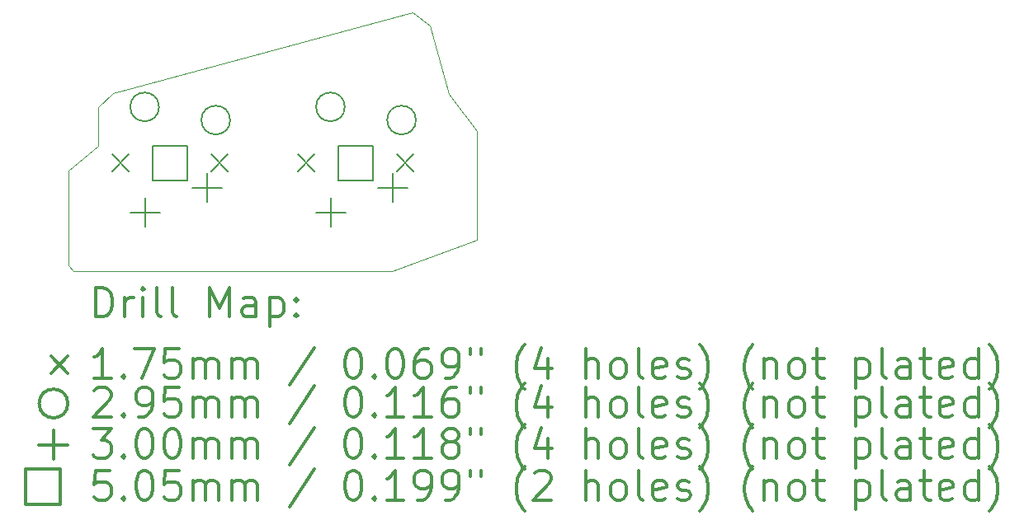
<source format=gbr>
%FSLAX45Y45*%
G04 Gerber Fmt 4.5, Leading zero omitted, Abs format (unit mm)*
G04 Created by KiCad (PCBNEW (5.1.4)-1) date 2023-09-09 05:31:12*
%MOMM*%
%LPD*%
G04 APERTURE LIST*
%ADD10C,0.050000*%
%ADD11C,0.200000*%
%ADD12C,0.300000*%
G04 APERTURE END LIST*
D10*
X12532750Y-35852116D02*
X9262855Y-35847530D01*
X13401145Y-35530132D02*
X13400615Y-34416131D01*
X13111744Y-34032786D02*
X13400615Y-34416131D01*
X9514138Y-34562556D02*
X9515320Y-34170437D01*
X12743842Y-33195619D02*
X9671144Y-34020338D01*
X9208529Y-35792053D02*
X9208919Y-34818850D01*
X9208919Y-34818850D02*
X9514138Y-34562556D01*
X13111744Y-34032786D02*
X12921139Y-33326217D01*
X13401145Y-35530132D02*
X12532750Y-35852116D01*
X9671144Y-34020338D02*
X9515320Y-34170437D01*
X9208529Y-35792053D02*
X9262855Y-35847530D01*
X12921139Y-33326217D02*
X12743842Y-33195619D01*
D11*
X9658105Y-34651506D02*
X9833105Y-34826506D01*
X9833105Y-34651506D02*
X9658105Y-34826506D01*
X10674105Y-34651506D02*
X10849105Y-34826506D01*
X10849105Y-34651506D02*
X10674105Y-34826506D01*
X11564500Y-34651506D02*
X11739500Y-34826506D01*
X11739500Y-34651506D02*
X11564500Y-34826506D01*
X12580500Y-34651506D02*
X12755500Y-34826506D01*
X12755500Y-34651506D02*
X12580500Y-34826506D01*
X10141105Y-34164006D02*
G75*
G03X10141105Y-34164006I-147500J0D01*
G01*
X10871105Y-34299006D02*
G75*
G03X10871105Y-34299006I-147500J0D01*
G01*
X12047500Y-34164006D02*
G75*
G03X12047500Y-34164006I-147500J0D01*
G01*
X12777500Y-34299006D02*
G75*
G03X12777500Y-34299006I-147500J0D01*
G01*
X9999605Y-35097006D02*
X9999605Y-35397006D01*
X9849605Y-35247006D02*
X10149605Y-35247006D01*
X10634605Y-34843006D02*
X10634605Y-35143006D01*
X10484605Y-34993006D02*
X10784605Y-34993006D01*
X11906000Y-35097006D02*
X11906000Y-35397006D01*
X11756000Y-35247006D02*
X12056000Y-35247006D01*
X12541000Y-34843006D02*
X12541000Y-35143006D01*
X12391000Y-34993006D02*
X12691000Y-34993006D01*
X10432151Y-34917552D02*
X10432151Y-34560460D01*
X10075058Y-34560460D01*
X10075058Y-34917552D01*
X10432151Y-34917552D01*
X12338546Y-34917552D02*
X12338546Y-34560460D01*
X11981454Y-34560460D01*
X11981454Y-34917552D01*
X12338546Y-34917552D01*
D12*
X9492457Y-36320330D02*
X9492457Y-36020330D01*
X9563886Y-36020330D01*
X9606743Y-36034616D01*
X9635314Y-36063188D01*
X9649600Y-36091759D01*
X9663886Y-36148902D01*
X9663886Y-36191759D01*
X9649600Y-36248902D01*
X9635314Y-36277473D01*
X9606743Y-36306045D01*
X9563886Y-36320330D01*
X9492457Y-36320330D01*
X9792457Y-36320330D02*
X9792457Y-36120330D01*
X9792457Y-36177473D02*
X9806743Y-36148902D01*
X9821029Y-36134616D01*
X9849600Y-36120330D01*
X9878172Y-36120330D01*
X9978172Y-36320330D02*
X9978172Y-36120330D01*
X9978172Y-36020330D02*
X9963886Y-36034616D01*
X9978172Y-36048902D01*
X9992457Y-36034616D01*
X9978172Y-36020330D01*
X9978172Y-36048902D01*
X10163886Y-36320330D02*
X10135314Y-36306045D01*
X10121029Y-36277473D01*
X10121029Y-36020330D01*
X10321029Y-36320330D02*
X10292457Y-36306045D01*
X10278172Y-36277473D01*
X10278172Y-36020330D01*
X10663886Y-36320330D02*
X10663886Y-36020330D01*
X10763886Y-36234616D01*
X10863886Y-36020330D01*
X10863886Y-36320330D01*
X11135314Y-36320330D02*
X11135314Y-36163188D01*
X11121029Y-36134616D01*
X11092457Y-36120330D01*
X11035314Y-36120330D01*
X11006743Y-36134616D01*
X11135314Y-36306045D02*
X11106743Y-36320330D01*
X11035314Y-36320330D01*
X11006743Y-36306045D01*
X10992457Y-36277473D01*
X10992457Y-36248902D01*
X11006743Y-36220330D01*
X11035314Y-36206045D01*
X11106743Y-36206045D01*
X11135314Y-36191759D01*
X11278171Y-36120330D02*
X11278171Y-36420330D01*
X11278171Y-36134616D02*
X11306743Y-36120330D01*
X11363886Y-36120330D01*
X11392457Y-36134616D01*
X11406743Y-36148902D01*
X11421029Y-36177473D01*
X11421029Y-36263188D01*
X11406743Y-36291759D01*
X11392457Y-36306045D01*
X11363886Y-36320330D01*
X11306743Y-36320330D01*
X11278171Y-36306045D01*
X11549600Y-36291759D02*
X11563886Y-36306045D01*
X11549600Y-36320330D01*
X11535314Y-36306045D01*
X11549600Y-36291759D01*
X11549600Y-36320330D01*
X11549600Y-36134616D02*
X11563886Y-36148902D01*
X11549600Y-36163188D01*
X11535314Y-36148902D01*
X11549600Y-36134616D01*
X11549600Y-36163188D01*
X9031029Y-36727116D02*
X9206029Y-36902116D01*
X9206029Y-36727116D02*
X9031029Y-36902116D01*
X9649600Y-36950330D02*
X9478172Y-36950330D01*
X9563886Y-36950330D02*
X9563886Y-36650330D01*
X9535314Y-36693188D01*
X9506743Y-36721759D01*
X9478172Y-36736045D01*
X9778172Y-36921759D02*
X9792457Y-36936045D01*
X9778172Y-36950330D01*
X9763886Y-36936045D01*
X9778172Y-36921759D01*
X9778172Y-36950330D01*
X9892457Y-36650330D02*
X10092457Y-36650330D01*
X9963886Y-36950330D01*
X10349600Y-36650330D02*
X10206743Y-36650330D01*
X10192457Y-36793188D01*
X10206743Y-36778902D01*
X10235314Y-36764616D01*
X10306743Y-36764616D01*
X10335314Y-36778902D01*
X10349600Y-36793188D01*
X10363886Y-36821759D01*
X10363886Y-36893188D01*
X10349600Y-36921759D01*
X10335314Y-36936045D01*
X10306743Y-36950330D01*
X10235314Y-36950330D01*
X10206743Y-36936045D01*
X10192457Y-36921759D01*
X10492457Y-36950330D02*
X10492457Y-36750330D01*
X10492457Y-36778902D02*
X10506743Y-36764616D01*
X10535314Y-36750330D01*
X10578172Y-36750330D01*
X10606743Y-36764616D01*
X10621029Y-36793188D01*
X10621029Y-36950330D01*
X10621029Y-36793188D02*
X10635314Y-36764616D01*
X10663886Y-36750330D01*
X10706743Y-36750330D01*
X10735314Y-36764616D01*
X10749600Y-36793188D01*
X10749600Y-36950330D01*
X10892457Y-36950330D02*
X10892457Y-36750330D01*
X10892457Y-36778902D02*
X10906743Y-36764616D01*
X10935314Y-36750330D01*
X10978172Y-36750330D01*
X11006743Y-36764616D01*
X11021029Y-36793188D01*
X11021029Y-36950330D01*
X11021029Y-36793188D02*
X11035314Y-36764616D01*
X11063886Y-36750330D01*
X11106743Y-36750330D01*
X11135314Y-36764616D01*
X11149600Y-36793188D01*
X11149600Y-36950330D01*
X11735314Y-36636045D02*
X11478171Y-37021759D01*
X12121029Y-36650330D02*
X12149600Y-36650330D01*
X12178171Y-36664616D01*
X12192457Y-36678902D01*
X12206743Y-36707473D01*
X12221029Y-36764616D01*
X12221029Y-36836045D01*
X12206743Y-36893188D01*
X12192457Y-36921759D01*
X12178171Y-36936045D01*
X12149600Y-36950330D01*
X12121029Y-36950330D01*
X12092457Y-36936045D01*
X12078171Y-36921759D01*
X12063886Y-36893188D01*
X12049600Y-36836045D01*
X12049600Y-36764616D01*
X12063886Y-36707473D01*
X12078171Y-36678902D01*
X12092457Y-36664616D01*
X12121029Y-36650330D01*
X12349600Y-36921759D02*
X12363886Y-36936045D01*
X12349600Y-36950330D01*
X12335314Y-36936045D01*
X12349600Y-36921759D01*
X12349600Y-36950330D01*
X12549600Y-36650330D02*
X12578171Y-36650330D01*
X12606743Y-36664616D01*
X12621029Y-36678902D01*
X12635314Y-36707473D01*
X12649600Y-36764616D01*
X12649600Y-36836045D01*
X12635314Y-36893188D01*
X12621029Y-36921759D01*
X12606743Y-36936045D01*
X12578171Y-36950330D01*
X12549600Y-36950330D01*
X12521029Y-36936045D01*
X12506743Y-36921759D01*
X12492457Y-36893188D01*
X12478171Y-36836045D01*
X12478171Y-36764616D01*
X12492457Y-36707473D01*
X12506743Y-36678902D01*
X12521029Y-36664616D01*
X12549600Y-36650330D01*
X12906743Y-36650330D02*
X12849600Y-36650330D01*
X12821029Y-36664616D01*
X12806743Y-36678902D01*
X12778171Y-36721759D01*
X12763886Y-36778902D01*
X12763886Y-36893188D01*
X12778171Y-36921759D01*
X12792457Y-36936045D01*
X12821029Y-36950330D01*
X12878171Y-36950330D01*
X12906743Y-36936045D01*
X12921029Y-36921759D01*
X12935314Y-36893188D01*
X12935314Y-36821759D01*
X12921029Y-36793188D01*
X12906743Y-36778902D01*
X12878171Y-36764616D01*
X12821029Y-36764616D01*
X12792457Y-36778902D01*
X12778171Y-36793188D01*
X12763886Y-36821759D01*
X13078171Y-36950330D02*
X13135314Y-36950330D01*
X13163886Y-36936045D01*
X13178171Y-36921759D01*
X13206743Y-36878902D01*
X13221029Y-36821759D01*
X13221029Y-36707473D01*
X13206743Y-36678902D01*
X13192457Y-36664616D01*
X13163886Y-36650330D01*
X13106743Y-36650330D01*
X13078171Y-36664616D01*
X13063886Y-36678902D01*
X13049600Y-36707473D01*
X13049600Y-36778902D01*
X13063886Y-36807473D01*
X13078171Y-36821759D01*
X13106743Y-36836045D01*
X13163886Y-36836045D01*
X13192457Y-36821759D01*
X13206743Y-36807473D01*
X13221029Y-36778902D01*
X13335314Y-36650330D02*
X13335314Y-36707473D01*
X13449600Y-36650330D02*
X13449600Y-36707473D01*
X13892457Y-37064616D02*
X13878171Y-37050330D01*
X13849600Y-37007473D01*
X13835314Y-36978902D01*
X13821029Y-36936045D01*
X13806743Y-36864616D01*
X13806743Y-36807473D01*
X13821029Y-36736045D01*
X13835314Y-36693188D01*
X13849600Y-36664616D01*
X13878171Y-36621759D01*
X13892457Y-36607473D01*
X14135314Y-36750330D02*
X14135314Y-36950330D01*
X14063886Y-36636045D02*
X13992457Y-36850330D01*
X14178171Y-36850330D01*
X14521029Y-36950330D02*
X14521029Y-36650330D01*
X14649600Y-36950330D02*
X14649600Y-36793188D01*
X14635314Y-36764616D01*
X14606743Y-36750330D01*
X14563886Y-36750330D01*
X14535314Y-36764616D01*
X14521029Y-36778902D01*
X14835314Y-36950330D02*
X14806743Y-36936045D01*
X14792457Y-36921759D01*
X14778171Y-36893188D01*
X14778171Y-36807473D01*
X14792457Y-36778902D01*
X14806743Y-36764616D01*
X14835314Y-36750330D01*
X14878171Y-36750330D01*
X14906743Y-36764616D01*
X14921029Y-36778902D01*
X14935314Y-36807473D01*
X14935314Y-36893188D01*
X14921029Y-36921759D01*
X14906743Y-36936045D01*
X14878171Y-36950330D01*
X14835314Y-36950330D01*
X15106743Y-36950330D02*
X15078171Y-36936045D01*
X15063886Y-36907473D01*
X15063886Y-36650330D01*
X15335314Y-36936045D02*
X15306743Y-36950330D01*
X15249600Y-36950330D01*
X15221029Y-36936045D01*
X15206743Y-36907473D01*
X15206743Y-36793188D01*
X15221029Y-36764616D01*
X15249600Y-36750330D01*
X15306743Y-36750330D01*
X15335314Y-36764616D01*
X15349600Y-36793188D01*
X15349600Y-36821759D01*
X15206743Y-36850330D01*
X15463886Y-36936045D02*
X15492457Y-36950330D01*
X15549600Y-36950330D01*
X15578171Y-36936045D01*
X15592457Y-36907473D01*
X15592457Y-36893188D01*
X15578171Y-36864616D01*
X15549600Y-36850330D01*
X15506743Y-36850330D01*
X15478171Y-36836045D01*
X15463886Y-36807473D01*
X15463886Y-36793188D01*
X15478171Y-36764616D01*
X15506743Y-36750330D01*
X15549600Y-36750330D01*
X15578171Y-36764616D01*
X15692457Y-37064616D02*
X15706743Y-37050330D01*
X15735314Y-37007473D01*
X15749600Y-36978902D01*
X15763886Y-36936045D01*
X15778171Y-36864616D01*
X15778171Y-36807473D01*
X15763886Y-36736045D01*
X15749600Y-36693188D01*
X15735314Y-36664616D01*
X15706743Y-36621759D01*
X15692457Y-36607473D01*
X16235314Y-37064616D02*
X16221029Y-37050330D01*
X16192457Y-37007473D01*
X16178171Y-36978902D01*
X16163886Y-36936045D01*
X16149600Y-36864616D01*
X16149600Y-36807473D01*
X16163886Y-36736045D01*
X16178171Y-36693188D01*
X16192457Y-36664616D01*
X16221029Y-36621759D01*
X16235314Y-36607473D01*
X16349600Y-36750330D02*
X16349600Y-36950330D01*
X16349600Y-36778902D02*
X16363886Y-36764616D01*
X16392457Y-36750330D01*
X16435314Y-36750330D01*
X16463886Y-36764616D01*
X16478171Y-36793188D01*
X16478171Y-36950330D01*
X16663886Y-36950330D02*
X16635314Y-36936045D01*
X16621029Y-36921759D01*
X16606743Y-36893188D01*
X16606743Y-36807473D01*
X16621029Y-36778902D01*
X16635314Y-36764616D01*
X16663886Y-36750330D01*
X16706743Y-36750330D01*
X16735314Y-36764616D01*
X16749600Y-36778902D01*
X16763886Y-36807473D01*
X16763886Y-36893188D01*
X16749600Y-36921759D01*
X16735314Y-36936045D01*
X16706743Y-36950330D01*
X16663886Y-36950330D01*
X16849600Y-36750330D02*
X16963886Y-36750330D01*
X16892457Y-36650330D02*
X16892457Y-36907473D01*
X16906743Y-36936045D01*
X16935314Y-36950330D01*
X16963886Y-36950330D01*
X17292457Y-36750330D02*
X17292457Y-37050330D01*
X17292457Y-36764616D02*
X17321029Y-36750330D01*
X17378172Y-36750330D01*
X17406743Y-36764616D01*
X17421029Y-36778902D01*
X17435314Y-36807473D01*
X17435314Y-36893188D01*
X17421029Y-36921759D01*
X17406743Y-36936045D01*
X17378172Y-36950330D01*
X17321029Y-36950330D01*
X17292457Y-36936045D01*
X17606743Y-36950330D02*
X17578172Y-36936045D01*
X17563886Y-36907473D01*
X17563886Y-36650330D01*
X17849600Y-36950330D02*
X17849600Y-36793188D01*
X17835314Y-36764616D01*
X17806743Y-36750330D01*
X17749600Y-36750330D01*
X17721029Y-36764616D01*
X17849600Y-36936045D02*
X17821029Y-36950330D01*
X17749600Y-36950330D01*
X17721029Y-36936045D01*
X17706743Y-36907473D01*
X17706743Y-36878902D01*
X17721029Y-36850330D01*
X17749600Y-36836045D01*
X17821029Y-36836045D01*
X17849600Y-36821759D01*
X17949600Y-36750330D02*
X18063886Y-36750330D01*
X17992457Y-36650330D02*
X17992457Y-36907473D01*
X18006743Y-36936045D01*
X18035314Y-36950330D01*
X18063886Y-36950330D01*
X18278172Y-36936045D02*
X18249600Y-36950330D01*
X18192457Y-36950330D01*
X18163886Y-36936045D01*
X18149600Y-36907473D01*
X18149600Y-36793188D01*
X18163886Y-36764616D01*
X18192457Y-36750330D01*
X18249600Y-36750330D01*
X18278172Y-36764616D01*
X18292457Y-36793188D01*
X18292457Y-36821759D01*
X18149600Y-36850330D01*
X18549600Y-36950330D02*
X18549600Y-36650330D01*
X18549600Y-36936045D02*
X18521029Y-36950330D01*
X18463886Y-36950330D01*
X18435314Y-36936045D01*
X18421029Y-36921759D01*
X18406743Y-36893188D01*
X18406743Y-36807473D01*
X18421029Y-36778902D01*
X18435314Y-36764616D01*
X18463886Y-36750330D01*
X18521029Y-36750330D01*
X18549600Y-36764616D01*
X18663886Y-37064616D02*
X18678172Y-37050330D01*
X18706743Y-37007473D01*
X18721029Y-36978902D01*
X18735314Y-36936045D01*
X18749600Y-36864616D01*
X18749600Y-36807473D01*
X18735314Y-36736045D01*
X18721029Y-36693188D01*
X18706743Y-36664616D01*
X18678172Y-36621759D01*
X18663886Y-36607473D01*
X9206029Y-37210616D02*
G75*
G03X9206029Y-37210616I-147500J0D01*
G01*
X9478172Y-37074902D02*
X9492457Y-37060616D01*
X9521029Y-37046330D01*
X9592457Y-37046330D01*
X9621029Y-37060616D01*
X9635314Y-37074902D01*
X9649600Y-37103473D01*
X9649600Y-37132045D01*
X9635314Y-37174902D01*
X9463886Y-37346330D01*
X9649600Y-37346330D01*
X9778172Y-37317759D02*
X9792457Y-37332045D01*
X9778172Y-37346330D01*
X9763886Y-37332045D01*
X9778172Y-37317759D01*
X9778172Y-37346330D01*
X9935314Y-37346330D02*
X9992457Y-37346330D01*
X10021029Y-37332045D01*
X10035314Y-37317759D01*
X10063886Y-37274902D01*
X10078172Y-37217759D01*
X10078172Y-37103473D01*
X10063886Y-37074902D01*
X10049600Y-37060616D01*
X10021029Y-37046330D01*
X9963886Y-37046330D01*
X9935314Y-37060616D01*
X9921029Y-37074902D01*
X9906743Y-37103473D01*
X9906743Y-37174902D01*
X9921029Y-37203473D01*
X9935314Y-37217759D01*
X9963886Y-37232045D01*
X10021029Y-37232045D01*
X10049600Y-37217759D01*
X10063886Y-37203473D01*
X10078172Y-37174902D01*
X10349600Y-37046330D02*
X10206743Y-37046330D01*
X10192457Y-37189188D01*
X10206743Y-37174902D01*
X10235314Y-37160616D01*
X10306743Y-37160616D01*
X10335314Y-37174902D01*
X10349600Y-37189188D01*
X10363886Y-37217759D01*
X10363886Y-37289188D01*
X10349600Y-37317759D01*
X10335314Y-37332045D01*
X10306743Y-37346330D01*
X10235314Y-37346330D01*
X10206743Y-37332045D01*
X10192457Y-37317759D01*
X10492457Y-37346330D02*
X10492457Y-37146330D01*
X10492457Y-37174902D02*
X10506743Y-37160616D01*
X10535314Y-37146330D01*
X10578172Y-37146330D01*
X10606743Y-37160616D01*
X10621029Y-37189188D01*
X10621029Y-37346330D01*
X10621029Y-37189188D02*
X10635314Y-37160616D01*
X10663886Y-37146330D01*
X10706743Y-37146330D01*
X10735314Y-37160616D01*
X10749600Y-37189188D01*
X10749600Y-37346330D01*
X10892457Y-37346330D02*
X10892457Y-37146330D01*
X10892457Y-37174902D02*
X10906743Y-37160616D01*
X10935314Y-37146330D01*
X10978172Y-37146330D01*
X11006743Y-37160616D01*
X11021029Y-37189188D01*
X11021029Y-37346330D01*
X11021029Y-37189188D02*
X11035314Y-37160616D01*
X11063886Y-37146330D01*
X11106743Y-37146330D01*
X11135314Y-37160616D01*
X11149600Y-37189188D01*
X11149600Y-37346330D01*
X11735314Y-37032045D02*
X11478171Y-37417759D01*
X12121029Y-37046330D02*
X12149600Y-37046330D01*
X12178171Y-37060616D01*
X12192457Y-37074902D01*
X12206743Y-37103473D01*
X12221029Y-37160616D01*
X12221029Y-37232045D01*
X12206743Y-37289188D01*
X12192457Y-37317759D01*
X12178171Y-37332045D01*
X12149600Y-37346330D01*
X12121029Y-37346330D01*
X12092457Y-37332045D01*
X12078171Y-37317759D01*
X12063886Y-37289188D01*
X12049600Y-37232045D01*
X12049600Y-37160616D01*
X12063886Y-37103473D01*
X12078171Y-37074902D01*
X12092457Y-37060616D01*
X12121029Y-37046330D01*
X12349600Y-37317759D02*
X12363886Y-37332045D01*
X12349600Y-37346330D01*
X12335314Y-37332045D01*
X12349600Y-37317759D01*
X12349600Y-37346330D01*
X12649600Y-37346330D02*
X12478171Y-37346330D01*
X12563886Y-37346330D02*
X12563886Y-37046330D01*
X12535314Y-37089188D01*
X12506743Y-37117759D01*
X12478171Y-37132045D01*
X12935314Y-37346330D02*
X12763886Y-37346330D01*
X12849600Y-37346330D02*
X12849600Y-37046330D01*
X12821029Y-37089188D01*
X12792457Y-37117759D01*
X12763886Y-37132045D01*
X13192457Y-37046330D02*
X13135314Y-37046330D01*
X13106743Y-37060616D01*
X13092457Y-37074902D01*
X13063886Y-37117759D01*
X13049600Y-37174902D01*
X13049600Y-37289188D01*
X13063886Y-37317759D01*
X13078171Y-37332045D01*
X13106743Y-37346330D01*
X13163886Y-37346330D01*
X13192457Y-37332045D01*
X13206743Y-37317759D01*
X13221029Y-37289188D01*
X13221029Y-37217759D01*
X13206743Y-37189188D01*
X13192457Y-37174902D01*
X13163886Y-37160616D01*
X13106743Y-37160616D01*
X13078171Y-37174902D01*
X13063886Y-37189188D01*
X13049600Y-37217759D01*
X13335314Y-37046330D02*
X13335314Y-37103473D01*
X13449600Y-37046330D02*
X13449600Y-37103473D01*
X13892457Y-37460616D02*
X13878171Y-37446330D01*
X13849600Y-37403473D01*
X13835314Y-37374902D01*
X13821029Y-37332045D01*
X13806743Y-37260616D01*
X13806743Y-37203473D01*
X13821029Y-37132045D01*
X13835314Y-37089188D01*
X13849600Y-37060616D01*
X13878171Y-37017759D01*
X13892457Y-37003473D01*
X14135314Y-37146330D02*
X14135314Y-37346330D01*
X14063886Y-37032045D02*
X13992457Y-37246330D01*
X14178171Y-37246330D01*
X14521029Y-37346330D02*
X14521029Y-37046330D01*
X14649600Y-37346330D02*
X14649600Y-37189188D01*
X14635314Y-37160616D01*
X14606743Y-37146330D01*
X14563886Y-37146330D01*
X14535314Y-37160616D01*
X14521029Y-37174902D01*
X14835314Y-37346330D02*
X14806743Y-37332045D01*
X14792457Y-37317759D01*
X14778171Y-37289188D01*
X14778171Y-37203473D01*
X14792457Y-37174902D01*
X14806743Y-37160616D01*
X14835314Y-37146330D01*
X14878171Y-37146330D01*
X14906743Y-37160616D01*
X14921029Y-37174902D01*
X14935314Y-37203473D01*
X14935314Y-37289188D01*
X14921029Y-37317759D01*
X14906743Y-37332045D01*
X14878171Y-37346330D01*
X14835314Y-37346330D01*
X15106743Y-37346330D02*
X15078171Y-37332045D01*
X15063886Y-37303473D01*
X15063886Y-37046330D01*
X15335314Y-37332045D02*
X15306743Y-37346330D01*
X15249600Y-37346330D01*
X15221029Y-37332045D01*
X15206743Y-37303473D01*
X15206743Y-37189188D01*
X15221029Y-37160616D01*
X15249600Y-37146330D01*
X15306743Y-37146330D01*
X15335314Y-37160616D01*
X15349600Y-37189188D01*
X15349600Y-37217759D01*
X15206743Y-37246330D01*
X15463886Y-37332045D02*
X15492457Y-37346330D01*
X15549600Y-37346330D01*
X15578171Y-37332045D01*
X15592457Y-37303473D01*
X15592457Y-37289188D01*
X15578171Y-37260616D01*
X15549600Y-37246330D01*
X15506743Y-37246330D01*
X15478171Y-37232045D01*
X15463886Y-37203473D01*
X15463886Y-37189188D01*
X15478171Y-37160616D01*
X15506743Y-37146330D01*
X15549600Y-37146330D01*
X15578171Y-37160616D01*
X15692457Y-37460616D02*
X15706743Y-37446330D01*
X15735314Y-37403473D01*
X15749600Y-37374902D01*
X15763886Y-37332045D01*
X15778171Y-37260616D01*
X15778171Y-37203473D01*
X15763886Y-37132045D01*
X15749600Y-37089188D01*
X15735314Y-37060616D01*
X15706743Y-37017759D01*
X15692457Y-37003473D01*
X16235314Y-37460616D02*
X16221029Y-37446330D01*
X16192457Y-37403473D01*
X16178171Y-37374902D01*
X16163886Y-37332045D01*
X16149600Y-37260616D01*
X16149600Y-37203473D01*
X16163886Y-37132045D01*
X16178171Y-37089188D01*
X16192457Y-37060616D01*
X16221029Y-37017759D01*
X16235314Y-37003473D01*
X16349600Y-37146330D02*
X16349600Y-37346330D01*
X16349600Y-37174902D02*
X16363886Y-37160616D01*
X16392457Y-37146330D01*
X16435314Y-37146330D01*
X16463886Y-37160616D01*
X16478171Y-37189188D01*
X16478171Y-37346330D01*
X16663886Y-37346330D02*
X16635314Y-37332045D01*
X16621029Y-37317759D01*
X16606743Y-37289188D01*
X16606743Y-37203473D01*
X16621029Y-37174902D01*
X16635314Y-37160616D01*
X16663886Y-37146330D01*
X16706743Y-37146330D01*
X16735314Y-37160616D01*
X16749600Y-37174902D01*
X16763886Y-37203473D01*
X16763886Y-37289188D01*
X16749600Y-37317759D01*
X16735314Y-37332045D01*
X16706743Y-37346330D01*
X16663886Y-37346330D01*
X16849600Y-37146330D02*
X16963886Y-37146330D01*
X16892457Y-37046330D02*
X16892457Y-37303473D01*
X16906743Y-37332045D01*
X16935314Y-37346330D01*
X16963886Y-37346330D01*
X17292457Y-37146330D02*
X17292457Y-37446330D01*
X17292457Y-37160616D02*
X17321029Y-37146330D01*
X17378172Y-37146330D01*
X17406743Y-37160616D01*
X17421029Y-37174902D01*
X17435314Y-37203473D01*
X17435314Y-37289188D01*
X17421029Y-37317759D01*
X17406743Y-37332045D01*
X17378172Y-37346330D01*
X17321029Y-37346330D01*
X17292457Y-37332045D01*
X17606743Y-37346330D02*
X17578172Y-37332045D01*
X17563886Y-37303473D01*
X17563886Y-37046330D01*
X17849600Y-37346330D02*
X17849600Y-37189188D01*
X17835314Y-37160616D01*
X17806743Y-37146330D01*
X17749600Y-37146330D01*
X17721029Y-37160616D01*
X17849600Y-37332045D02*
X17821029Y-37346330D01*
X17749600Y-37346330D01*
X17721029Y-37332045D01*
X17706743Y-37303473D01*
X17706743Y-37274902D01*
X17721029Y-37246330D01*
X17749600Y-37232045D01*
X17821029Y-37232045D01*
X17849600Y-37217759D01*
X17949600Y-37146330D02*
X18063886Y-37146330D01*
X17992457Y-37046330D02*
X17992457Y-37303473D01*
X18006743Y-37332045D01*
X18035314Y-37346330D01*
X18063886Y-37346330D01*
X18278172Y-37332045D02*
X18249600Y-37346330D01*
X18192457Y-37346330D01*
X18163886Y-37332045D01*
X18149600Y-37303473D01*
X18149600Y-37189188D01*
X18163886Y-37160616D01*
X18192457Y-37146330D01*
X18249600Y-37146330D01*
X18278172Y-37160616D01*
X18292457Y-37189188D01*
X18292457Y-37217759D01*
X18149600Y-37246330D01*
X18549600Y-37346330D02*
X18549600Y-37046330D01*
X18549600Y-37332045D02*
X18521029Y-37346330D01*
X18463886Y-37346330D01*
X18435314Y-37332045D01*
X18421029Y-37317759D01*
X18406743Y-37289188D01*
X18406743Y-37203473D01*
X18421029Y-37174902D01*
X18435314Y-37160616D01*
X18463886Y-37146330D01*
X18521029Y-37146330D01*
X18549600Y-37160616D01*
X18663886Y-37460616D02*
X18678172Y-37446330D01*
X18706743Y-37403473D01*
X18721029Y-37374902D01*
X18735314Y-37332045D01*
X18749600Y-37260616D01*
X18749600Y-37203473D01*
X18735314Y-37132045D01*
X18721029Y-37089188D01*
X18706743Y-37060616D01*
X18678172Y-37017759D01*
X18663886Y-37003473D01*
X9056029Y-37485616D02*
X9056029Y-37785616D01*
X8906029Y-37635616D02*
X9206029Y-37635616D01*
X9463886Y-37471330D02*
X9649600Y-37471330D01*
X9549600Y-37585616D01*
X9592457Y-37585616D01*
X9621029Y-37599902D01*
X9635314Y-37614188D01*
X9649600Y-37642759D01*
X9649600Y-37714188D01*
X9635314Y-37742759D01*
X9621029Y-37757045D01*
X9592457Y-37771330D01*
X9506743Y-37771330D01*
X9478172Y-37757045D01*
X9463886Y-37742759D01*
X9778172Y-37742759D02*
X9792457Y-37757045D01*
X9778172Y-37771330D01*
X9763886Y-37757045D01*
X9778172Y-37742759D01*
X9778172Y-37771330D01*
X9978172Y-37471330D02*
X10006743Y-37471330D01*
X10035314Y-37485616D01*
X10049600Y-37499902D01*
X10063886Y-37528473D01*
X10078172Y-37585616D01*
X10078172Y-37657045D01*
X10063886Y-37714188D01*
X10049600Y-37742759D01*
X10035314Y-37757045D01*
X10006743Y-37771330D01*
X9978172Y-37771330D01*
X9949600Y-37757045D01*
X9935314Y-37742759D01*
X9921029Y-37714188D01*
X9906743Y-37657045D01*
X9906743Y-37585616D01*
X9921029Y-37528473D01*
X9935314Y-37499902D01*
X9949600Y-37485616D01*
X9978172Y-37471330D01*
X10263886Y-37471330D02*
X10292457Y-37471330D01*
X10321029Y-37485616D01*
X10335314Y-37499902D01*
X10349600Y-37528473D01*
X10363886Y-37585616D01*
X10363886Y-37657045D01*
X10349600Y-37714188D01*
X10335314Y-37742759D01*
X10321029Y-37757045D01*
X10292457Y-37771330D01*
X10263886Y-37771330D01*
X10235314Y-37757045D01*
X10221029Y-37742759D01*
X10206743Y-37714188D01*
X10192457Y-37657045D01*
X10192457Y-37585616D01*
X10206743Y-37528473D01*
X10221029Y-37499902D01*
X10235314Y-37485616D01*
X10263886Y-37471330D01*
X10492457Y-37771330D02*
X10492457Y-37571330D01*
X10492457Y-37599902D02*
X10506743Y-37585616D01*
X10535314Y-37571330D01*
X10578172Y-37571330D01*
X10606743Y-37585616D01*
X10621029Y-37614188D01*
X10621029Y-37771330D01*
X10621029Y-37614188D02*
X10635314Y-37585616D01*
X10663886Y-37571330D01*
X10706743Y-37571330D01*
X10735314Y-37585616D01*
X10749600Y-37614188D01*
X10749600Y-37771330D01*
X10892457Y-37771330D02*
X10892457Y-37571330D01*
X10892457Y-37599902D02*
X10906743Y-37585616D01*
X10935314Y-37571330D01*
X10978172Y-37571330D01*
X11006743Y-37585616D01*
X11021029Y-37614188D01*
X11021029Y-37771330D01*
X11021029Y-37614188D02*
X11035314Y-37585616D01*
X11063886Y-37571330D01*
X11106743Y-37571330D01*
X11135314Y-37585616D01*
X11149600Y-37614188D01*
X11149600Y-37771330D01*
X11735314Y-37457045D02*
X11478171Y-37842759D01*
X12121029Y-37471330D02*
X12149600Y-37471330D01*
X12178171Y-37485616D01*
X12192457Y-37499902D01*
X12206743Y-37528473D01*
X12221029Y-37585616D01*
X12221029Y-37657045D01*
X12206743Y-37714188D01*
X12192457Y-37742759D01*
X12178171Y-37757045D01*
X12149600Y-37771330D01*
X12121029Y-37771330D01*
X12092457Y-37757045D01*
X12078171Y-37742759D01*
X12063886Y-37714188D01*
X12049600Y-37657045D01*
X12049600Y-37585616D01*
X12063886Y-37528473D01*
X12078171Y-37499902D01*
X12092457Y-37485616D01*
X12121029Y-37471330D01*
X12349600Y-37742759D02*
X12363886Y-37757045D01*
X12349600Y-37771330D01*
X12335314Y-37757045D01*
X12349600Y-37742759D01*
X12349600Y-37771330D01*
X12649600Y-37771330D02*
X12478171Y-37771330D01*
X12563886Y-37771330D02*
X12563886Y-37471330D01*
X12535314Y-37514188D01*
X12506743Y-37542759D01*
X12478171Y-37557045D01*
X12935314Y-37771330D02*
X12763886Y-37771330D01*
X12849600Y-37771330D02*
X12849600Y-37471330D01*
X12821029Y-37514188D01*
X12792457Y-37542759D01*
X12763886Y-37557045D01*
X13106743Y-37599902D02*
X13078171Y-37585616D01*
X13063886Y-37571330D01*
X13049600Y-37542759D01*
X13049600Y-37528473D01*
X13063886Y-37499902D01*
X13078171Y-37485616D01*
X13106743Y-37471330D01*
X13163886Y-37471330D01*
X13192457Y-37485616D01*
X13206743Y-37499902D01*
X13221029Y-37528473D01*
X13221029Y-37542759D01*
X13206743Y-37571330D01*
X13192457Y-37585616D01*
X13163886Y-37599902D01*
X13106743Y-37599902D01*
X13078171Y-37614188D01*
X13063886Y-37628473D01*
X13049600Y-37657045D01*
X13049600Y-37714188D01*
X13063886Y-37742759D01*
X13078171Y-37757045D01*
X13106743Y-37771330D01*
X13163886Y-37771330D01*
X13192457Y-37757045D01*
X13206743Y-37742759D01*
X13221029Y-37714188D01*
X13221029Y-37657045D01*
X13206743Y-37628473D01*
X13192457Y-37614188D01*
X13163886Y-37599902D01*
X13335314Y-37471330D02*
X13335314Y-37528473D01*
X13449600Y-37471330D02*
X13449600Y-37528473D01*
X13892457Y-37885616D02*
X13878171Y-37871330D01*
X13849600Y-37828473D01*
X13835314Y-37799902D01*
X13821029Y-37757045D01*
X13806743Y-37685616D01*
X13806743Y-37628473D01*
X13821029Y-37557045D01*
X13835314Y-37514188D01*
X13849600Y-37485616D01*
X13878171Y-37442759D01*
X13892457Y-37428473D01*
X14135314Y-37571330D02*
X14135314Y-37771330D01*
X14063886Y-37457045D02*
X13992457Y-37671330D01*
X14178171Y-37671330D01*
X14521029Y-37771330D02*
X14521029Y-37471330D01*
X14649600Y-37771330D02*
X14649600Y-37614188D01*
X14635314Y-37585616D01*
X14606743Y-37571330D01*
X14563886Y-37571330D01*
X14535314Y-37585616D01*
X14521029Y-37599902D01*
X14835314Y-37771330D02*
X14806743Y-37757045D01*
X14792457Y-37742759D01*
X14778171Y-37714188D01*
X14778171Y-37628473D01*
X14792457Y-37599902D01*
X14806743Y-37585616D01*
X14835314Y-37571330D01*
X14878171Y-37571330D01*
X14906743Y-37585616D01*
X14921029Y-37599902D01*
X14935314Y-37628473D01*
X14935314Y-37714188D01*
X14921029Y-37742759D01*
X14906743Y-37757045D01*
X14878171Y-37771330D01*
X14835314Y-37771330D01*
X15106743Y-37771330D02*
X15078171Y-37757045D01*
X15063886Y-37728473D01*
X15063886Y-37471330D01*
X15335314Y-37757045D02*
X15306743Y-37771330D01*
X15249600Y-37771330D01*
X15221029Y-37757045D01*
X15206743Y-37728473D01*
X15206743Y-37614188D01*
X15221029Y-37585616D01*
X15249600Y-37571330D01*
X15306743Y-37571330D01*
X15335314Y-37585616D01*
X15349600Y-37614188D01*
X15349600Y-37642759D01*
X15206743Y-37671330D01*
X15463886Y-37757045D02*
X15492457Y-37771330D01*
X15549600Y-37771330D01*
X15578171Y-37757045D01*
X15592457Y-37728473D01*
X15592457Y-37714188D01*
X15578171Y-37685616D01*
X15549600Y-37671330D01*
X15506743Y-37671330D01*
X15478171Y-37657045D01*
X15463886Y-37628473D01*
X15463886Y-37614188D01*
X15478171Y-37585616D01*
X15506743Y-37571330D01*
X15549600Y-37571330D01*
X15578171Y-37585616D01*
X15692457Y-37885616D02*
X15706743Y-37871330D01*
X15735314Y-37828473D01*
X15749600Y-37799902D01*
X15763886Y-37757045D01*
X15778171Y-37685616D01*
X15778171Y-37628473D01*
X15763886Y-37557045D01*
X15749600Y-37514188D01*
X15735314Y-37485616D01*
X15706743Y-37442759D01*
X15692457Y-37428473D01*
X16235314Y-37885616D02*
X16221029Y-37871330D01*
X16192457Y-37828473D01*
X16178171Y-37799902D01*
X16163886Y-37757045D01*
X16149600Y-37685616D01*
X16149600Y-37628473D01*
X16163886Y-37557045D01*
X16178171Y-37514188D01*
X16192457Y-37485616D01*
X16221029Y-37442759D01*
X16235314Y-37428473D01*
X16349600Y-37571330D02*
X16349600Y-37771330D01*
X16349600Y-37599902D02*
X16363886Y-37585616D01*
X16392457Y-37571330D01*
X16435314Y-37571330D01*
X16463886Y-37585616D01*
X16478171Y-37614188D01*
X16478171Y-37771330D01*
X16663886Y-37771330D02*
X16635314Y-37757045D01*
X16621029Y-37742759D01*
X16606743Y-37714188D01*
X16606743Y-37628473D01*
X16621029Y-37599902D01*
X16635314Y-37585616D01*
X16663886Y-37571330D01*
X16706743Y-37571330D01*
X16735314Y-37585616D01*
X16749600Y-37599902D01*
X16763886Y-37628473D01*
X16763886Y-37714188D01*
X16749600Y-37742759D01*
X16735314Y-37757045D01*
X16706743Y-37771330D01*
X16663886Y-37771330D01*
X16849600Y-37571330D02*
X16963886Y-37571330D01*
X16892457Y-37471330D02*
X16892457Y-37728473D01*
X16906743Y-37757045D01*
X16935314Y-37771330D01*
X16963886Y-37771330D01*
X17292457Y-37571330D02*
X17292457Y-37871330D01*
X17292457Y-37585616D02*
X17321029Y-37571330D01*
X17378172Y-37571330D01*
X17406743Y-37585616D01*
X17421029Y-37599902D01*
X17435314Y-37628473D01*
X17435314Y-37714188D01*
X17421029Y-37742759D01*
X17406743Y-37757045D01*
X17378172Y-37771330D01*
X17321029Y-37771330D01*
X17292457Y-37757045D01*
X17606743Y-37771330D02*
X17578172Y-37757045D01*
X17563886Y-37728473D01*
X17563886Y-37471330D01*
X17849600Y-37771330D02*
X17849600Y-37614188D01*
X17835314Y-37585616D01*
X17806743Y-37571330D01*
X17749600Y-37571330D01*
X17721029Y-37585616D01*
X17849600Y-37757045D02*
X17821029Y-37771330D01*
X17749600Y-37771330D01*
X17721029Y-37757045D01*
X17706743Y-37728473D01*
X17706743Y-37699902D01*
X17721029Y-37671330D01*
X17749600Y-37657045D01*
X17821029Y-37657045D01*
X17849600Y-37642759D01*
X17949600Y-37571330D02*
X18063886Y-37571330D01*
X17992457Y-37471330D02*
X17992457Y-37728473D01*
X18006743Y-37757045D01*
X18035314Y-37771330D01*
X18063886Y-37771330D01*
X18278172Y-37757045D02*
X18249600Y-37771330D01*
X18192457Y-37771330D01*
X18163886Y-37757045D01*
X18149600Y-37728473D01*
X18149600Y-37614188D01*
X18163886Y-37585616D01*
X18192457Y-37571330D01*
X18249600Y-37571330D01*
X18278172Y-37585616D01*
X18292457Y-37614188D01*
X18292457Y-37642759D01*
X18149600Y-37671330D01*
X18549600Y-37771330D02*
X18549600Y-37471330D01*
X18549600Y-37757045D02*
X18521029Y-37771330D01*
X18463886Y-37771330D01*
X18435314Y-37757045D01*
X18421029Y-37742759D01*
X18406743Y-37714188D01*
X18406743Y-37628473D01*
X18421029Y-37599902D01*
X18435314Y-37585616D01*
X18463886Y-37571330D01*
X18521029Y-37571330D01*
X18549600Y-37585616D01*
X18663886Y-37885616D02*
X18678172Y-37871330D01*
X18706743Y-37828473D01*
X18721029Y-37799902D01*
X18735314Y-37757045D01*
X18749600Y-37685616D01*
X18749600Y-37628473D01*
X18735314Y-37557045D01*
X18721029Y-37514188D01*
X18706743Y-37485616D01*
X18678172Y-37442759D01*
X18663886Y-37428473D01*
X9132075Y-38244162D02*
X9132075Y-37887070D01*
X8774983Y-37887070D01*
X8774983Y-38244162D01*
X9132075Y-38244162D01*
X9635314Y-37901330D02*
X9492457Y-37901330D01*
X9478172Y-38044188D01*
X9492457Y-38029902D01*
X9521029Y-38015616D01*
X9592457Y-38015616D01*
X9621029Y-38029902D01*
X9635314Y-38044188D01*
X9649600Y-38072759D01*
X9649600Y-38144188D01*
X9635314Y-38172759D01*
X9621029Y-38187045D01*
X9592457Y-38201330D01*
X9521029Y-38201330D01*
X9492457Y-38187045D01*
X9478172Y-38172759D01*
X9778172Y-38172759D02*
X9792457Y-38187045D01*
X9778172Y-38201330D01*
X9763886Y-38187045D01*
X9778172Y-38172759D01*
X9778172Y-38201330D01*
X9978172Y-37901330D02*
X10006743Y-37901330D01*
X10035314Y-37915616D01*
X10049600Y-37929902D01*
X10063886Y-37958473D01*
X10078172Y-38015616D01*
X10078172Y-38087045D01*
X10063886Y-38144188D01*
X10049600Y-38172759D01*
X10035314Y-38187045D01*
X10006743Y-38201330D01*
X9978172Y-38201330D01*
X9949600Y-38187045D01*
X9935314Y-38172759D01*
X9921029Y-38144188D01*
X9906743Y-38087045D01*
X9906743Y-38015616D01*
X9921029Y-37958473D01*
X9935314Y-37929902D01*
X9949600Y-37915616D01*
X9978172Y-37901330D01*
X10349600Y-37901330D02*
X10206743Y-37901330D01*
X10192457Y-38044188D01*
X10206743Y-38029902D01*
X10235314Y-38015616D01*
X10306743Y-38015616D01*
X10335314Y-38029902D01*
X10349600Y-38044188D01*
X10363886Y-38072759D01*
X10363886Y-38144188D01*
X10349600Y-38172759D01*
X10335314Y-38187045D01*
X10306743Y-38201330D01*
X10235314Y-38201330D01*
X10206743Y-38187045D01*
X10192457Y-38172759D01*
X10492457Y-38201330D02*
X10492457Y-38001330D01*
X10492457Y-38029902D02*
X10506743Y-38015616D01*
X10535314Y-38001330D01*
X10578172Y-38001330D01*
X10606743Y-38015616D01*
X10621029Y-38044188D01*
X10621029Y-38201330D01*
X10621029Y-38044188D02*
X10635314Y-38015616D01*
X10663886Y-38001330D01*
X10706743Y-38001330D01*
X10735314Y-38015616D01*
X10749600Y-38044188D01*
X10749600Y-38201330D01*
X10892457Y-38201330D02*
X10892457Y-38001330D01*
X10892457Y-38029902D02*
X10906743Y-38015616D01*
X10935314Y-38001330D01*
X10978172Y-38001330D01*
X11006743Y-38015616D01*
X11021029Y-38044188D01*
X11021029Y-38201330D01*
X11021029Y-38044188D02*
X11035314Y-38015616D01*
X11063886Y-38001330D01*
X11106743Y-38001330D01*
X11135314Y-38015616D01*
X11149600Y-38044188D01*
X11149600Y-38201330D01*
X11735314Y-37887045D02*
X11478171Y-38272759D01*
X12121029Y-37901330D02*
X12149600Y-37901330D01*
X12178171Y-37915616D01*
X12192457Y-37929902D01*
X12206743Y-37958473D01*
X12221029Y-38015616D01*
X12221029Y-38087045D01*
X12206743Y-38144188D01*
X12192457Y-38172759D01*
X12178171Y-38187045D01*
X12149600Y-38201330D01*
X12121029Y-38201330D01*
X12092457Y-38187045D01*
X12078171Y-38172759D01*
X12063886Y-38144188D01*
X12049600Y-38087045D01*
X12049600Y-38015616D01*
X12063886Y-37958473D01*
X12078171Y-37929902D01*
X12092457Y-37915616D01*
X12121029Y-37901330D01*
X12349600Y-38172759D02*
X12363886Y-38187045D01*
X12349600Y-38201330D01*
X12335314Y-38187045D01*
X12349600Y-38172759D01*
X12349600Y-38201330D01*
X12649600Y-38201330D02*
X12478171Y-38201330D01*
X12563886Y-38201330D02*
X12563886Y-37901330D01*
X12535314Y-37944188D01*
X12506743Y-37972759D01*
X12478171Y-37987045D01*
X12792457Y-38201330D02*
X12849600Y-38201330D01*
X12878171Y-38187045D01*
X12892457Y-38172759D01*
X12921029Y-38129902D01*
X12935314Y-38072759D01*
X12935314Y-37958473D01*
X12921029Y-37929902D01*
X12906743Y-37915616D01*
X12878171Y-37901330D01*
X12821029Y-37901330D01*
X12792457Y-37915616D01*
X12778171Y-37929902D01*
X12763886Y-37958473D01*
X12763886Y-38029902D01*
X12778171Y-38058473D01*
X12792457Y-38072759D01*
X12821029Y-38087045D01*
X12878171Y-38087045D01*
X12906743Y-38072759D01*
X12921029Y-38058473D01*
X12935314Y-38029902D01*
X13078171Y-38201330D02*
X13135314Y-38201330D01*
X13163886Y-38187045D01*
X13178171Y-38172759D01*
X13206743Y-38129902D01*
X13221029Y-38072759D01*
X13221029Y-37958473D01*
X13206743Y-37929902D01*
X13192457Y-37915616D01*
X13163886Y-37901330D01*
X13106743Y-37901330D01*
X13078171Y-37915616D01*
X13063886Y-37929902D01*
X13049600Y-37958473D01*
X13049600Y-38029902D01*
X13063886Y-38058473D01*
X13078171Y-38072759D01*
X13106743Y-38087045D01*
X13163886Y-38087045D01*
X13192457Y-38072759D01*
X13206743Y-38058473D01*
X13221029Y-38029902D01*
X13335314Y-37901330D02*
X13335314Y-37958473D01*
X13449600Y-37901330D02*
X13449600Y-37958473D01*
X13892457Y-38315616D02*
X13878171Y-38301330D01*
X13849600Y-38258473D01*
X13835314Y-38229902D01*
X13821029Y-38187045D01*
X13806743Y-38115616D01*
X13806743Y-38058473D01*
X13821029Y-37987045D01*
X13835314Y-37944188D01*
X13849600Y-37915616D01*
X13878171Y-37872759D01*
X13892457Y-37858473D01*
X13992457Y-37929902D02*
X14006743Y-37915616D01*
X14035314Y-37901330D01*
X14106743Y-37901330D01*
X14135314Y-37915616D01*
X14149600Y-37929902D01*
X14163886Y-37958473D01*
X14163886Y-37987045D01*
X14149600Y-38029902D01*
X13978171Y-38201330D01*
X14163886Y-38201330D01*
X14521029Y-38201330D02*
X14521029Y-37901330D01*
X14649600Y-38201330D02*
X14649600Y-38044188D01*
X14635314Y-38015616D01*
X14606743Y-38001330D01*
X14563886Y-38001330D01*
X14535314Y-38015616D01*
X14521029Y-38029902D01*
X14835314Y-38201330D02*
X14806743Y-38187045D01*
X14792457Y-38172759D01*
X14778171Y-38144188D01*
X14778171Y-38058473D01*
X14792457Y-38029902D01*
X14806743Y-38015616D01*
X14835314Y-38001330D01*
X14878171Y-38001330D01*
X14906743Y-38015616D01*
X14921029Y-38029902D01*
X14935314Y-38058473D01*
X14935314Y-38144188D01*
X14921029Y-38172759D01*
X14906743Y-38187045D01*
X14878171Y-38201330D01*
X14835314Y-38201330D01*
X15106743Y-38201330D02*
X15078171Y-38187045D01*
X15063886Y-38158473D01*
X15063886Y-37901330D01*
X15335314Y-38187045D02*
X15306743Y-38201330D01*
X15249600Y-38201330D01*
X15221029Y-38187045D01*
X15206743Y-38158473D01*
X15206743Y-38044188D01*
X15221029Y-38015616D01*
X15249600Y-38001330D01*
X15306743Y-38001330D01*
X15335314Y-38015616D01*
X15349600Y-38044188D01*
X15349600Y-38072759D01*
X15206743Y-38101330D01*
X15463886Y-38187045D02*
X15492457Y-38201330D01*
X15549600Y-38201330D01*
X15578171Y-38187045D01*
X15592457Y-38158473D01*
X15592457Y-38144188D01*
X15578171Y-38115616D01*
X15549600Y-38101330D01*
X15506743Y-38101330D01*
X15478171Y-38087045D01*
X15463886Y-38058473D01*
X15463886Y-38044188D01*
X15478171Y-38015616D01*
X15506743Y-38001330D01*
X15549600Y-38001330D01*
X15578171Y-38015616D01*
X15692457Y-38315616D02*
X15706743Y-38301330D01*
X15735314Y-38258473D01*
X15749600Y-38229902D01*
X15763886Y-38187045D01*
X15778171Y-38115616D01*
X15778171Y-38058473D01*
X15763886Y-37987045D01*
X15749600Y-37944188D01*
X15735314Y-37915616D01*
X15706743Y-37872759D01*
X15692457Y-37858473D01*
X16235314Y-38315616D02*
X16221029Y-38301330D01*
X16192457Y-38258473D01*
X16178171Y-38229902D01*
X16163886Y-38187045D01*
X16149600Y-38115616D01*
X16149600Y-38058473D01*
X16163886Y-37987045D01*
X16178171Y-37944188D01*
X16192457Y-37915616D01*
X16221029Y-37872759D01*
X16235314Y-37858473D01*
X16349600Y-38001330D02*
X16349600Y-38201330D01*
X16349600Y-38029902D02*
X16363886Y-38015616D01*
X16392457Y-38001330D01*
X16435314Y-38001330D01*
X16463886Y-38015616D01*
X16478171Y-38044188D01*
X16478171Y-38201330D01*
X16663886Y-38201330D02*
X16635314Y-38187045D01*
X16621029Y-38172759D01*
X16606743Y-38144188D01*
X16606743Y-38058473D01*
X16621029Y-38029902D01*
X16635314Y-38015616D01*
X16663886Y-38001330D01*
X16706743Y-38001330D01*
X16735314Y-38015616D01*
X16749600Y-38029902D01*
X16763886Y-38058473D01*
X16763886Y-38144188D01*
X16749600Y-38172759D01*
X16735314Y-38187045D01*
X16706743Y-38201330D01*
X16663886Y-38201330D01*
X16849600Y-38001330D02*
X16963886Y-38001330D01*
X16892457Y-37901330D02*
X16892457Y-38158473D01*
X16906743Y-38187045D01*
X16935314Y-38201330D01*
X16963886Y-38201330D01*
X17292457Y-38001330D02*
X17292457Y-38301330D01*
X17292457Y-38015616D02*
X17321029Y-38001330D01*
X17378172Y-38001330D01*
X17406743Y-38015616D01*
X17421029Y-38029902D01*
X17435314Y-38058473D01*
X17435314Y-38144188D01*
X17421029Y-38172759D01*
X17406743Y-38187045D01*
X17378172Y-38201330D01*
X17321029Y-38201330D01*
X17292457Y-38187045D01*
X17606743Y-38201330D02*
X17578172Y-38187045D01*
X17563886Y-38158473D01*
X17563886Y-37901330D01*
X17849600Y-38201330D02*
X17849600Y-38044188D01*
X17835314Y-38015616D01*
X17806743Y-38001330D01*
X17749600Y-38001330D01*
X17721029Y-38015616D01*
X17849600Y-38187045D02*
X17821029Y-38201330D01*
X17749600Y-38201330D01*
X17721029Y-38187045D01*
X17706743Y-38158473D01*
X17706743Y-38129902D01*
X17721029Y-38101330D01*
X17749600Y-38087045D01*
X17821029Y-38087045D01*
X17849600Y-38072759D01*
X17949600Y-38001330D02*
X18063886Y-38001330D01*
X17992457Y-37901330D02*
X17992457Y-38158473D01*
X18006743Y-38187045D01*
X18035314Y-38201330D01*
X18063886Y-38201330D01*
X18278172Y-38187045D02*
X18249600Y-38201330D01*
X18192457Y-38201330D01*
X18163886Y-38187045D01*
X18149600Y-38158473D01*
X18149600Y-38044188D01*
X18163886Y-38015616D01*
X18192457Y-38001330D01*
X18249600Y-38001330D01*
X18278172Y-38015616D01*
X18292457Y-38044188D01*
X18292457Y-38072759D01*
X18149600Y-38101330D01*
X18549600Y-38201330D02*
X18549600Y-37901330D01*
X18549600Y-38187045D02*
X18521029Y-38201330D01*
X18463886Y-38201330D01*
X18435314Y-38187045D01*
X18421029Y-38172759D01*
X18406743Y-38144188D01*
X18406743Y-38058473D01*
X18421029Y-38029902D01*
X18435314Y-38015616D01*
X18463886Y-38001330D01*
X18521029Y-38001330D01*
X18549600Y-38015616D01*
X18663886Y-38315616D02*
X18678172Y-38301330D01*
X18706743Y-38258473D01*
X18721029Y-38229902D01*
X18735314Y-38187045D01*
X18749600Y-38115616D01*
X18749600Y-38058473D01*
X18735314Y-37987045D01*
X18721029Y-37944188D01*
X18706743Y-37915616D01*
X18678172Y-37872759D01*
X18663886Y-37858473D01*
M02*

</source>
